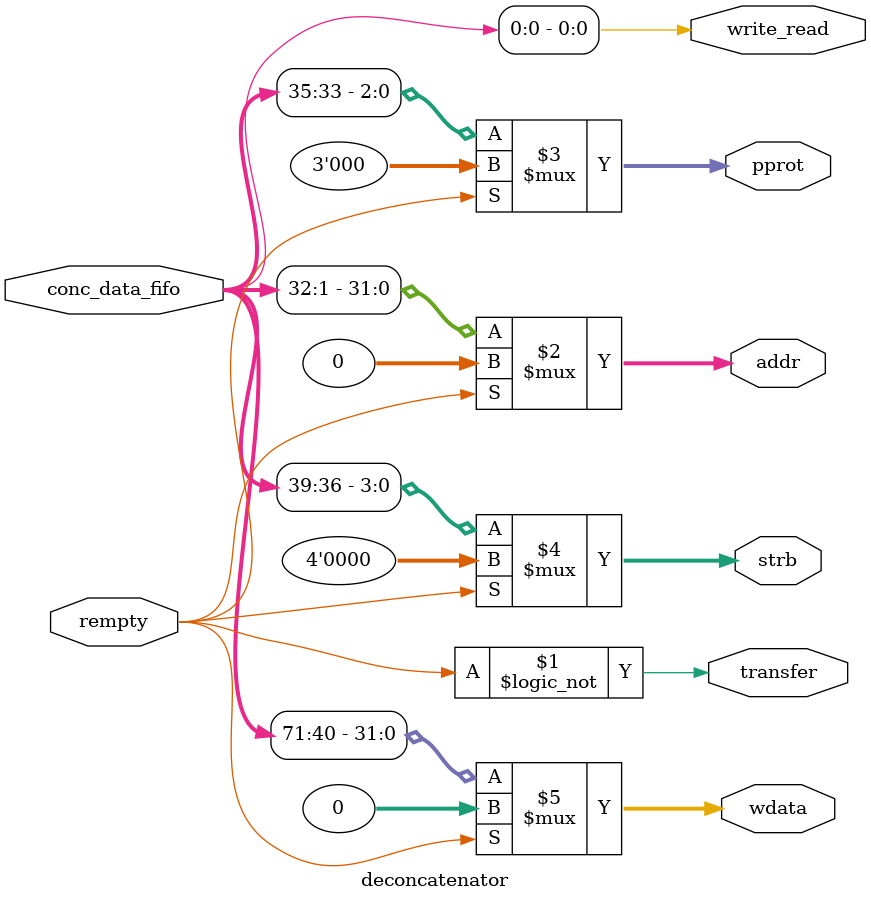
<source format=sv>
module deconcatenator#(parameter DATASIZE = 32,   
                       parameter ADDRSIZE = 32,
					   parameter TOP_FIFO_DATA_SIZE = (DATASIZE+ADDRSIZE+4+(DATASIZE/8))) 
(
input [TOP_FIFO_DATA_SIZE-1:0] conc_data_fifo,
input rempty,
// outputs from deconcatenator to APB master
output transfer,
output [ADDRSIZE-1:0] addr,
output [DATASIZE-1:0] wdata,
output [(DATASIZE/8)-1:0] strb,
output [2:0] pprot,
output write_read
);

assign transfer = (!rempty);
assign write_read = conc_data_fifo[0];
assign addr = (rempty)? 32'b0 : conc_data_fifo[ADDRSIZE:1]; 
assign pprot = (rempty)? 3'b0 : conc_data_fifo[(ADDRSIZE+3):(ADDRSIZE+1)];
assign strb = (rempty)? 4'b0 : conc_data_fifo[(ADDRSIZE+3+(DATASIZE/8)):(ADDRSIZE+4)];
assign wdata = (rempty)? 32'b0 : conc_data_fifo[(ADDRSIZE+3+(DATASIZE/8)+DATASIZE):(ADDRSIZE+4+(DATASIZE/8))];

endmodule
</source>
